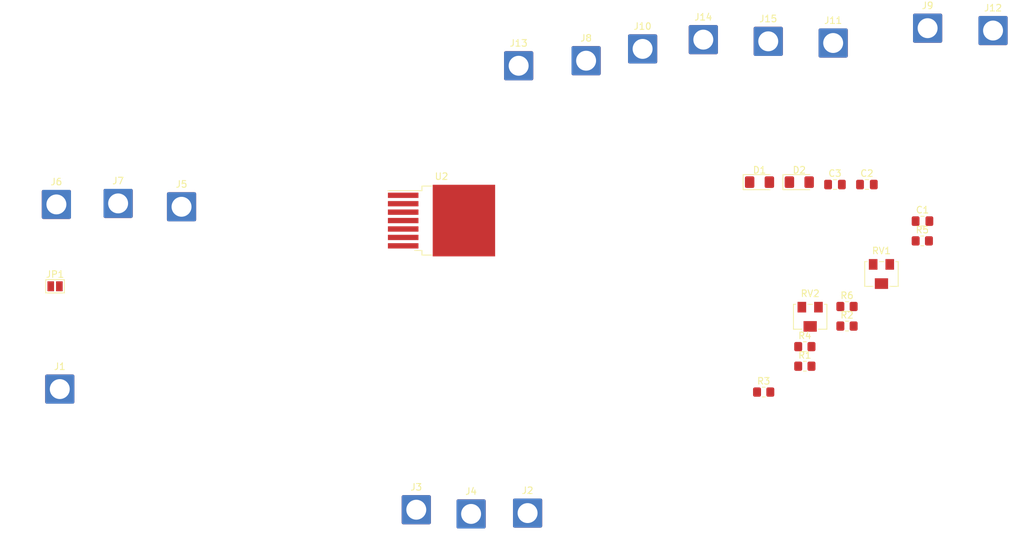
<source format=kicad_pcb>
(kicad_pcb (version 20210126) (generator pcbnew)
  (layers (0 "F.Cu" signal) (31 "B.Cu" signal) (34 "B.Paste" user) (35 "F.Paste" user) (36 "B.SilkS" user "B.Silkscreen") (37 "F.SilkS" user "F.Silkscreen") (38 "B.Mask" user) (39 "F.Mask" user) (44 "Edge.Cuts" user))
  (net 0 "")
  (net 1 "GND")
  (net 2 "Net-(C1-Pad1)")
  (net 3 "Net-(C2-Pad1)")
  (net 4 "Net-(C3-Pad1)")
  (net 5 "Net-(J1-Pad1)")
  (net 6 "Net-(J2-Pad1)")
  (net 7 "VDD")
  (net 8 "Net-(R1-Pad2)")
  (net 9 "Net-(R2-Pad1)")
  (net 10 "Net-(R3-Pad2)")
  (net 11 "Net-(R4-Pad1)")
  (net 12 "Net-(R6-Pad2)")
  (footprint "Connector_Wire:SolderWire-2.5sqmm_1x01_D2.4mm_OD4.4mm" (layer "F.Cu") (at 116.967 20.955)
    (fp_text reference "J8" (at 0 -3.4) (layer "F.SilkS"))
    (fp_text value "Conn_01x01")
    (pad "1" thru_hole roundrect (at 0 0) (size 4.4 4.4) (drill 3) (layers *.Cu *.Mask) (roundrect_rratio 0.056818) (net 1 "GND"))
  )
  (footprint "Connector_Wire:SolderWire-2.5sqmm_1x01_D2.4mm_OD4.4mm" (layer "F.Cu") (at 178.2572 16.4084)
    (fp_text reference "J12" (at 0 -3.4) (layer "F.SilkS"))
    (fp_text value "Conn_01x01")
    (pad "1" thru_hole roundrect (at 0 0) (size 4.4 4.4) (drill 3) (layers *.Cu *.Mask) (roundrect_rratio 0.056818) (net 1 "GND"))
  )
  (footprint "Connector_Wire:SolderWire-2.5sqmm_1x01_D2.4mm_OD4.4mm" (layer "F.Cu") (at 99.6442 89.281)
    (fp_text reference "J4" (at 0 -3.4) (layer "F.SilkS"))
    (fp_text value "Conn_01x01")
    (pad "1" thru_hole roundrect (at 0 0) (size 4.4 4.4) (drill 3) (layers *.Cu *.Mask) (roundrect_rratio 0.056818) (net 6 "Net-(J2-Pad1)"))
  )
  (footprint "Resistor_SMD:R_0805_2012Metric_Pad1.20x1.40mm_HandSolder" (layer "F.Cu") (at 149.9108 67.01)
    (fp_text reference "R1" (at 0 -1.65) (layer "F.SilkS"))
    (fp_text value "R")
    (fp_line (start -0.227064 -0.735) (end 0.227064 -0.735) (layer "F.SilkS") (width 0.12))
    (fp_line (start -0.227064 0.735) (end 0.227064 0.735) (layer "F.SilkS") (width 0.12))
    (pad "1" smd roundrect (at -1 0) (size 1.2 1.4) (layers "F.Cu" "F.Paste" "F.Mask") (roundrect_rratio 0.208333) (net 5 "Net-(J1-Pad1)"))
    (pad "2" smd roundrect (at 1 0) (size 1.2 1.4) (layers "F.Cu" "F.Paste" "F.Mask") (roundrect_rratio 0.208333) (net 8 "Net-(R1-Pad2)"))
  )
  (footprint "Connector_Wire:SolderWire-2.5sqmm_1x01_D2.4mm_OD4.4mm" (layer "F.Cu") (at 144.399 18.034)
    (fp_text reference "J15" (at 0 -3.4) (layer "F.SilkS"))
    (fp_text value "Conn_01x01")
    (pad "1" thru_hole roundrect (at 0 0) (size 4.4 4.4) (drill 3) (layers *.Cu *.Mask) (roundrect_rratio 0.056818) (net 1 "GND"))
  )
  (footprint "Potentiometer_SMD:Potentiometer_Bourns_3224W_Vertical" (layer "F.Cu") (at 161.4508 53.11)
    (fp_text reference "RV1" (at 0 -3.5) (layer "F.SilkS"))
    (fp_text value "10K")
    (fp_line (start 2.14 -1.87) (end 2.52 -1.87) (layer "F.SilkS") (width 0.12))
    (fp_line (start -2.52 -1.87) (end -2.14 -1.87) (layer "F.SilkS") (width 0.12))
    (fp_line (start -2.52 1.87) (end -1.24 1.87) (layer "F.SilkS") (width 0.12))
    (fp_line (start 1.24 1.87) (end 2.52 1.87) (layer "F.SilkS") (width 0.12))
    (fp_line (start 2.52 -1.87) (end 2.52 1.87) (layer "F.SilkS") (width 0.12))
    (fp_line (start -0.36 -1.87) (end 0.36 -1.87) (layer "F.SilkS") (width 0.12))
    (fp_line (start -2.52 -1.87) (end -2.52 1.87) (layer "F.SilkS") (width 0.12))
    (pad "1" smd rect (at 1.25 -1.45) (size 1.3 1.6) (layers "F.Cu" "F.Paste" "F.Mask") (net 8 "Net-(R1-Pad2)"))
    (pad "2" smd rect (at 0 1.45) (size 2 1.6) (layers "F.Cu" "F.Paste" "F.Mask") (net 2 "Net-(C1-Pad1)"))
    (pad "3" smd rect (at -1.25 -1.45) (size 1.3 1.6) (layers "F.Cu" "F.Paste" "F.Mask") (net 9 "Net-(R2-Pad1)"))
  )
  (footprint "Connector_Wire:SolderWire-2.5sqmm_1x01_D2.4mm_OD4.4mm" (layer "F.Cu") (at 91.3892 88.646)
    (fp_text reference "J3" (at 0 -3.4) (layer "F.SilkS"))
    (fp_text value "Conn_01x01")
    (pad "1" thru_hole roundrect (at 0 0) (size 4.4 4.4) (drill 3) (layers *.Cu *.Mask) (roundrect_rratio 0.056818) (net 6 "Net-(J2-Pad1)"))
  )
  (footprint "Capacitor_SMD:C_0805_2012Metric_Pad1.18x1.45mm_HandSolder" (layer "F.Cu") (at 167.6308 45.14)
    (fp_text reference "C1" (at 0 -1.68) (layer "F.SilkS"))
    (fp_text value "C")
    (fp_line (start -0.261252 -0.735) (end 0.261252 -0.735) (layer "F.SilkS") (width 0.12))
    (fp_line (start -0.261252 0.735) (end 0.261252 0.735) (layer "F.SilkS") (width 0.12))
    (pad "1" smd roundrect (at -1.0375 0) (size 1.175 1.45) (layers "F.Cu" "F.Paste" "F.Mask") (roundrect_rratio 0.212766) (net 2 "Net-(C1-Pad1)"))
    (pad "2" smd roundrect (at 1.0375 0) (size 1.175 1.45) (layers "F.Cu" "F.Paste" "F.Mask") (roundrect_rratio 0.212766) (net 1 "GND"))
  )
  (footprint "Potentiometer_SMD:Potentiometer_Bourns_3224W_Vertical" (layer "F.Cu") (at 150.7108 59.56)
    (fp_text reference "RV2" (at 0 -3.5) (layer "F.SilkS"))
    (fp_text value "10K")
    (fp_line (start -2.52 1.87) (end -1.24 1.87) (layer "F.SilkS") (width 0.12))
    (fp_line (start -2.52 -1.87) (end -2.52 1.87) (layer "F.SilkS") (width 0.12))
    (fp_line (start -0.36 -1.87) (end 0.36 -1.87) (layer "F.SilkS") (width 0.12))
    (fp_line (start -2.52 -1.87) (end -2.14 -1.87) (layer "F.SilkS") (width 0.12))
    (fp_line (start 1.24 1.87) (end 2.52 1.87) (layer "F.SilkS") (width 0.12))
    (fp_line (start 2.52 -1.87) (end 2.52 1.87) (layer "F.SilkS") (width 0.12))
    (fp_line (start 2.14 -1.87) (end 2.52 -1.87) (layer "F.SilkS") (width 0.12))
    (pad "1" smd rect (at 1.25 -1.45) (size 1.3 1.6) (layers "F.Cu" "F.Paste" "F.Mask") (net 10 "Net-(R3-Pad2)"))
    (pad "2" smd rect (at 0 1.45) (size 2 1.6) (layers "F.Cu" "F.Paste" "F.Mask") (net 3 "Net-(C2-Pad1)"))
    (pad "3" smd rect (at -1.25 -1.45) (size 1.3 1.6) (layers "F.Cu" "F.Paste" "F.Mask") (net 11 "Net-(R4-Pad1)"))
  )
  (footprint "Resistor_SMD:R_0805_2012Metric_Pad1.20x1.40mm_HandSolder" (layer "F.Cu") (at 167.6008 48.12)
    (fp_text reference "R5" (at 0 -1.65) (layer "F.SilkS"))
    (fp_text value "R")
    (fp_line (start -0.227064 0.735) (end 0.227064 0.735) (layer "F.SilkS") (width 0.12))
    (fp_line (start -0.227064 -0.735) (end 0.227064 -0.735) (layer "F.SilkS") (width 0.12))
    (pad "1" smd roundrect (at -1 0) (size 1.2 1.4) (layers "F.Cu" "F.Paste" "F.Mask") (roundrect_rratio 0.208333) (net 4 "Net-(C3-Pad1)"))
    (pad "2" smd roundrect (at 1 0) (size 1.2 1.4) (layers "F.Cu" "F.Paste" "F.Mask") (roundrect_rratio 0.208333) (net 1 "GND"))
  )
  (footprint "Capacitor_SMD:C_0805_2012Metric_Pad1.18x1.45mm_HandSolder" (layer "F.Cu") (at 154.448 39.624)
    (fp_text reference "C3" (at 0 -1.68) (layer "F.SilkS"))
    (fp_text value "C")
    (fp_line (start -0.261252 -0.735) (end 0.261252 -0.735) (layer "F.SilkS") (width 0.12))
    (fp_line (start -0.261252 0.735) (end 0.261252 0.735) (layer "F.SilkS") (width 0.12))
    (pad "1" smd roundrect (at -1.0375 0) (size 1.175 1.45) (layers "F.Cu" "F.Paste" "F.Mask") (roundrect_rratio 0.212766) (net 4 "Net-(C3-Pad1)"))
    (pad "2" smd roundrect (at 1.0375 0) (size 1.175 1.45) (layers "F.Cu" "F.Paste" "F.Mask") (roundrect_rratio 0.212766) (net 1 "GND"))
  )
  (footprint "Connector_Wire:SolderWire-2.5sqmm_1x01_D2.4mm_OD4.4mm" (layer "F.Cu") (at 106.807 21.717)
    (fp_text reference "J13" (at 0 -3.4) (layer "F.SilkS"))
    (fp_text value "Conn_01x01")
    (pad "1" thru_hole roundrect (at 0 0) (size 4.4 4.4) (drill 3) (layers *.Cu *.Mask) (roundrect_rratio 0.056818) (net 1 "GND"))
  )
  (footprint "Connector_Wire:SolderWire-2.5sqmm_1x01_D2.4mm_OD4.4mm" (layer "F.Cu") (at 37.6936 70.4596)
    (fp_text reference "J1" (at 0 -3.4) (layer "F.SilkS"))
    (fp_text value "Conn_01x01")
    (pad "1" thru_hole roundrect (at 0 0) (size 4.4 4.4) (drill 3) (layers *.Cu *.Mask) (roundrect_rratio 0.056818) (net 5 "Net-(J1-Pad1)"))
  )
  (footprint "Connector_Wire:SolderWire-2.5sqmm_1x01_D2.4mm_OD4.4mm" (layer "F.Cu") (at 108.1532 89.154)
    (fp_text reference "J2" (at 0 -3.4) (layer "F.SilkS"))
    (fp_text value "Conn_01x01")
    (pad "1" thru_hole roundrect (at 0 0) (size 4.4 4.4) (drill 3) (layers *.Cu *.Mask) (roundrect_rratio 0.056818) (net 6 "Net-(J2-Pad1)"))
  )
  (footprint "Diode_SMD:D_1206_3216Metric_Pad1.42x1.75mm_HandSolder" (layer "F.Cu") (at 143.083 39.264)
    (fp_text reference "D1" (at 0 -1.82) (layer "F.SilkS"))
    (fp_text value "D_Zener")
    (fp_line (start -2.46 -1.135) (end -2.46 1.135) (layer "F.SilkS") (width 0.12))
    (fp_line (start -2.46 1.135) (end 1.6 1.135) (layer "F.SilkS") (width 0.12))
    (fp_line (start 1.6 -1.135) (end -2.46 -1.135) (layer "F.SilkS") (width 0.12))
    (pad "1" smd roundrect (at -1.4875 0) (size 1.425 1.75) (layers "F.Cu" "F.Paste" "F.Mask") (roundrect_rratio 0.175439) (net 2 "Net-(C1-Pad1)"))
    (pad "2" smd roundrect (at 1.4875 0) (size 1.425 1.75) (layers "F.Cu" "F.Paste" "F.Mask") (roundrect_rratio 0.175439) (net 1 "GND"))
  )
  (footprint "Connector_Wire:SolderWire-2.5sqmm_1x01_D2.4mm_OD4.4mm" (layer "F.Cu") (at 56.0324 42.9768)
    (fp_text reference "J5" (at 0 -3.4) (layer "F.SilkS"))
    (fp_text value "Conn_01x01")
    (pad "1" thru_hole roundrect (at 0 0) (size 4.4 4.4) (drill 3) (layers *.Cu *.Mask) (roundrect_rratio 0.056818) (net 7 "VDD"))
  )
  (footprint "Resistor_SMD:R_0805_2012Metric_Pad1.20x1.40mm_HandSolder" (layer "F.Cu") (at 156.2608 58.01)
    (fp_text reference "R6" (at 0 -1.65) (layer "F.SilkS"))
    (fp_text value "20K")
    (fp_line (start -0.227064 -0.735) (end 0.227064 -0.735) (layer "F.SilkS") (width 0.12))
    (fp_line (start -0.227064 0.735) (end 0.227064 0.735) (layer "F.SilkS") (width 0.12))
    (pad "1" smd roundrect (at -1 0) (size 1.2 1.4) (layers "F.Cu" "F.Paste" "F.Mask") (roundrect_rratio 0.208333) (net 7 "VDD"))
    (pad "2" smd roundrect (at 1 0) (size 1.2 1.4) (layers "F.Cu" "F.Paste" "F.Mask") (roundrect_rratio 0.208333) (net 12 "Net-(R6-Pad2)"))
  )
  (footprint "Connector_Wire:SolderWire-2.5sqmm_1x01_D2.4mm_OD4.4mm" (layer "F.Cu") (at 125.476 19.177)
    (fp_text reference "J10" (at 0 -3.4) (layer "F.SilkS"))
    (fp_text value "Conn_01x01")
    (pad "1" thru_hole roundrect (at 0 0) (size 4.4 4.4) (drill 3) (layers *.Cu *.Mask) (roundrect_rratio 0.056818) (net 1 "GND"))
  )
  (footprint "Connector_Wire:SolderWire-2.5sqmm_1x01_D2.4mm_OD4.4mm" (layer "F.Cu") (at 134.62 17.78)
    (fp_text reference "J14" (at 0 -3.4) (layer "F.SilkS"))
    (fp_text value "Conn_01x01")
    (pad "1" thru_hole roundrect (at 0 0) (size 4.4 4.4) (drill 3) (layers *.Cu *.Mask) (roundrect_rratio 0.056818) (net 1 "GND"))
  )
  (footprint "Package_TO_SOT_SMD:TO-263-7_TabPin4" (layer "F.Cu") (at 95.189 45.056)
    (fp_text reference "U2" (at 0 -6.65) (layer "F.SilkS"))
    (fp_text value "BTS50010-1TAD")
    (fp_line (start -2.95 -5.2) (end -2.95 -4.51) (layer "F.SilkS") (width 0.12))
    (fp_line (start -2.95 5.2) (end -2.95 4.51) (layer "F.SilkS") (width 0.12))
    (fp_line (start -2.95 4.51) (end -4.05 4.51) (layer "F.SilkS") (width 0.12))
    (fp_line (start -1.45 5.2) (end -2.95 5.2) (layer "F.SilkS") (width 0.12))
    (fp_line (start -2.95 -4.51) (end -8.075 -4.51) (layer "F.SilkS") (width 0.12))
    (fp_line (start -1.45 -5.2) (end -2.95 -5.2) (layer "F.SilkS") (width 0.12))
    (pad "1" smd rect (at -5.775 -3.81) (size 4.6 0.8) (layers "F.Cu" "F.Paste" "F.Mask") (net 1 "GND"))
    (pad "2" smd rect (at -5.775 -2.54) (size 4.6 0.8) (layers "F.Cu" "F.Paste" "F.Mask") (net 12 "Net-(R6-Pad2)"))
    (pad "3" smd rect (at -5.775 -1.27) (size 4.6 0.8) (layers "F.Cu" "F.Paste" "F.Mask") (net 4 "Net-(C3-Pad1)"))
    (pad "4" smd rect (at -5.775 0) (size 4.6 0.8) (layers "F.Cu" "F.Paste" "F.Mask") (net 7 "VDD"))
    (pad "4" smd rect (at 3.375 0) (size 9.4 10.8) (layers "F.Cu" "F.Mask") (net 7 "VDD"))
    (pad "5" smd rect (at -5.775 1.27) (size 4.6 0.8) (layers "F.Cu" "F.Paste" "F.Mask") (net 6 "Net-(J2-Pad1)"))
    (pad "6" smd rect (at -5.775 2.54) (size 4.6 0.8) (layers "F.Cu" "F.Paste" "F.Mask") (net 6 "Net-(J2-Pad1)"))
    (pad "7" smd rect (at -5.775 3.81) (size 4.6 0.8) (layers "F.Cu" "F.Paste" "F.Mask") (net 6 "Net-(J2-Pad1)"))
  )
  (footprint "Connector_Wire:SolderWire-2.5sqmm_1x01_D2.4mm_OD4.4mm" (layer "F.Cu") (at 46.482 42.4688)
    (fp_text reference "J7" (at 0 -3.4) (layer "F.SilkS"))
    (fp_text value "Conn_01x01")
    (pad "1" thru_hole roundrect (at 0 0) (size 4.4 4.4) (drill 3) (layers *.Cu *.Mask) (roundrect_rratio 0.056818) (net 7 "VDD"))
  )
  (footprint "Capacitor_SMD:C_0805_2012Metric_Pad1.18x1.45mm_HandSolder" (layer "F.Cu") (at 159.258 39.624)
    (fp_text reference "C2" (at 0 -1.68) (layer "F.SilkS"))
    (fp_text value "C")
    (fp_line (start -0.261252 -0.735) (end 0.261252 -0.735) (layer "F.SilkS") (width 0.12))
    (fp_line (start -0.261252 0.735) (end 0.261252 0.735) (layer "F.SilkS") (width 0.12))
    (pad "1" smd roundrect (at -1.0375 0) (size 1.175 1.45) (layers "F.Cu" "F.Paste" "F.Mask") (roundrect_rratio 0.212766) (net 3 "Net-(C2-Pad1)"))
    (pad "2" smd roundrect (at 1.0375 0) (size 1.175 1.45) (layers "F.Cu" "F.Paste" "F.Mask") (roundrect_rratio 0.212766) (net 1 "GND"))
  )
  (footprint "Diode_SMD:D_1206_3216Metric_Pad1.42x1.75mm_HandSolder" (layer "F.Cu") (at 149.073 39.264)
    (fp_text reference "D2" (at 0 -1.82) (layer "F.SilkS"))
    (fp_text value "D_Zener")
    (fp_line (start 1.6 -1.135) (end -2.46 -1.135) (layer "F.SilkS") (width 0.12))
    (fp_line (start -2.46 1.135) (end 1.6 1.135) (layer "F.SilkS") (width 0.12))
    (fp_line (start -2.46 -1.135) (end -2.46 1.135) (layer "F.SilkS") (width 0.12))
    (pad "1" smd roundrect (at -1.4875 0) (size 1.425 1.75) (layers "F.Cu" "F.Paste" "F.Mask") (roundrect_rratio 0.175439) (net 3 "Net-(C2-Pad1)"))
    (pad "2" smd roundrect (at 1.4875 0) (size 1.425 1.75) (layers "F.Cu" "F.Paste" "F.Mask") (roundrect_rratio 0.175439) (net 1 "GND"))
  )
  (footprint "Resistor_SMD:R_0805_2012Metric_Pad1.20x1.40mm_HandSolder" (layer "F.Cu") (at 149.9108 64.06)
    (fp_text reference "R4" (at 0 -1.65) (layer "F.SilkS"))
    (fp_text value "R")
    (fp_line (start -0.227064 0.735) (end 0.227064 0.735) (layer "F.SilkS") (width 0.12))
    (fp_line (start -0.227064 -0.735) (end 0.227064 -0.735) (layer "F.SilkS") (width 0.12))
    (pad "1" smd roundrect (at -1 0) (size 1.2 1.4) (layers "F.Cu" "F.Paste" "F.Mask") (roundrect_rratio 0.208333) (net 11 "Net-(R4-Pad1)"))
    (pad "2" smd roundrect (at 1 0) (size 1.2 1.4) (layers "F.Cu" "F.Paste" "F.Mask") (roundrect_rratio 0.208333) (net 1 "GND"))
  )
  (footprint "Resistor_SMD:R_0805_2012Metric_Pad1.20x1.40mm_HandSolder" (layer "F.Cu") (at 156.2608 60.96)
    (fp_text reference "R2" (at 0 -1.65) (layer "F.SilkS"))
    (fp_text value "R")
    (fp_line (start -0.227064 -0.735) (end 0.227064 -0.735) (layer "F.SilkS") (width 0.12))
    (fp_line (start -0.227064 0.735) (end 0.227064 0.735) (layer "F.SilkS") (width 0.12))
    (pad "1" smd roundrect (at -1 0) (size 1.2 1.4) (layers "F.Cu" "F.Paste" "F.Mask") (roundrect_rratio 0.208333) (net 9 "Net-(R2-Pad1)"))
    (pad "2" smd roundrect (at 1 0) (size 1.2 1.4) (layers "F.Cu" "F.Paste" "F.Mask") (roundrect_rratio 0.208333) (net 1 "GND"))
  )
  (footprint "Jumper:SolderJumper-2_P1.3mm_Open_Pad1.0x1.5mm" (layer "F.Cu") (at 36.9824 54.9656)
    (fp_text reference "JP1" (at 0 -1.8) (layer "F.SilkS"))
    (fp_text value "SolderJumper_2_Open")
    (fp_line (start -1.4 -1) (end 1.4 -1) (layer "F.SilkS") (width 0.12))
    (fp_line (start -1.4 1) (end -1.4 -1) (layer "F.SilkS") (width 0.12))
    (fp_line (start 1.4 -1) (end 1.4 1) (layer "F.SilkS") (width 0.12))
    (fp_line (start 1.4 1) (end -1.4 1) (layer "F.SilkS") (width 0.12))
    (pad "1" smd rect (at -0.65 0) (size 1 1.5) (layers "F.Cu" "F.Mask") (net 5 "Net-(J1-Pad1)"))
    (pad "2" smd rect (at 0.65 0) (size 1 1.5) (layers "F.Cu" "F.Mask") (net 7 "VDD"))
  )
  (footprint "Connector_Wire:SolderWire-2.5sqmm_1x01_D2.4mm_OD4.4mm" (layer "F.Cu") (at 37.1856 42.6212)
    (fp_text reference "J6" (at 0 -3.4) (layer "F.SilkS"))
    (fp_text value "Conn_01x01")
    (pad "1" thru_hole roundrect (at 0 0) (size 4.4 4.4) (drill 3) (layers *.Cu *.Mask) (roundrect_rratio 0.056818) (net 7 "VDD"))
  )
  (footprint "Connector_Wire:SolderWire-2.5sqmm_1x01_D2.4mm_OD4.4mm" (layer "F.Cu") (at 154.178 18.288)
    (fp_text reference "J11" (at 0 -3.4) (layer "F.SilkS"))
    (fp_text value "Conn_01x01")
    (pad "1" thru_hole roundrect (at 0 0) (size 4.4 4.4) (drill 3) (layers *.Cu *.Mask) (roundrect_rratio 0.056818) (net 1 "GND"))
  )
  (footprint "Resistor_SMD:R_0805_2012Metric_Pad1.20x1.40mm_HandSolder" (layer "F.Cu") (at 143.7108 70.91)
    (fp_text reference "R3" (at 0 -1.65) (layer "F.SilkS"))
    (fp_text value "R")
    (fp_line (start -0.227064 -0.735) (end 0.227064 -0.735) (layer "F.SilkS") (width 0.12))
    (fp_line (start -0.227064 0.735) (end 0.227064 0.735) (layer "F.SilkS") (width 0.12))
    (pad "1" smd roundrect (at -1 0) (size 1.2 1.4) (layers "F.Cu" "F.Paste" "F.Mask") (roundrect_rratio 0.208333) (net 4 "Net-(C3-Pad1)"))
    (pad "2" smd roundrect (at 1 0) (size 1.2 1.4) (layers "F.Cu" "F.Paste" "F.Mask") (roundrect_rratio 0.208333) (net 10 "Net-(R3-Pad2)"))
  )
  (footprint "Connector_Wire:SolderWire-2.5sqmm_1x01_D2.4mm_OD4.4mm" (layer "F.Cu") (at 168.402 16.0528)
    (fp_text reference "J9" (at 0 -3.4) (layer "F.SilkS"))
    (fp_text value "Conn_01x01")
    (pad "1" thru_hole roundrect (at 0 0) (size 4.4 4.4) (drill 3) (layers *.Cu *.Mask) (roundrect_rratio 0.056818) (net 1 "GND"))
  )
)
</source>
